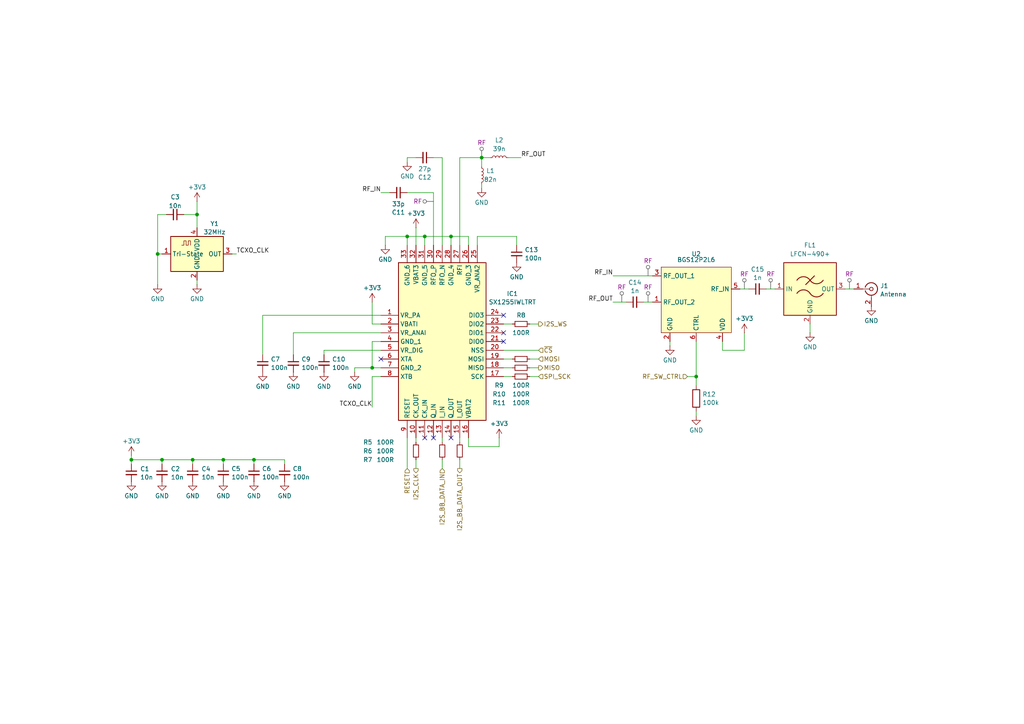
<source format=kicad_sch>
(kicad_sch (version 20250114) (generator "eeschema") (generator_version "9.0")
  (paper "A4")
  (title_block (title "LinHT - Linux-based SDR handheld transceiver") (date "21 July 2025") (rev "A") (company "M17 Foundation") (comment 1 "Author: Wojciech SP5WWP, Andy OE3ANC, Vlastimil OK5VAS"))
  (lib_symbols
    (symbol "BGS12P2L6:BGS12P2L6"
      (property "Reference" "U1" (at 0 12.7 0))
      (property "Value" "BGS12P2L6" (at 0 11.0186 0))
      (symbol "BGS12P2L6_1_1"
        (rectangle (start -10.16 8.89) (end 10.16 -10.16) (fill (type background)))
        (pin bidirectional line (at -12.7 2.54 0) (length 2.54) (name "RF_IN") (number "5"))
        (pin power_in line (at -7.62 -12.7 90) (length 2.54) (name "VDD") (number "4"))
        (pin input line (at 0 -12.7 90) (length 2.54) (name "CTRL") (number "6"))
        (pin power_in line (at 7.62 -12.7 90) (length 2.54) (name "GND") (number "2"))
        (pin bidirectional line (at 12.7 6.35 180) (length 2.54) (name "RF_OUT_1") (number "3"))
        (pin bidirectional line (at 12.7 -1.27 180) (length 2.54) (name "RF_OUT_2") (number "1"))
      )
    )
    (symbol "Connector:Conn_Coaxial" (pin_names (offset 1.016) (hide yes))
      (property "Reference" "J" (at 0.254 3.048 0))
      (property "Value" "Conn_Coaxial" (at 2.921 0 90))
      (symbol "Conn_Coaxial_0_1"
        (polyline (pts (xy -2.54 0) (xy -0.508 0)))
        (arc (start 1.778 0) (mid 0.222 -1.8079) (end -1.778 -0.508) (stroke (width 0.254)))
        (arc (start -1.778 0.508) (mid 0.2221 1.8084) (end 1.778 0) (stroke (width 0.254)))
        (circle (center 0 0) (radius 0.508) (stroke (width 0.2032)))
        (polyline (pts (xy 0 -2.54) (xy 0 -1.778)))
      )
      (symbol "Conn_Coaxial_1_1"
        (pin passive line (at -5.08 0 0) (length 2.54) (name "In") (number "1"))
        (pin passive line (at 0 -5.08 90) (length 2.54) (name "Ext") (number "2"))
      )
    )
    (symbol "Device:C_Small" (pin_numbers (hide yes)) (pin_names (offset 0.254) (hide yes))
      (property "Reference" "C" (at 0.254 1.778 0))
      (property "Value" "C_Small" (at 0.254 -2.032 0))
      (symbol "C_Small_0_1"
        (polyline (pts (xy -1.524 0.508) (xy 1.524 0.508)) (stroke (width 0.3048)))
        (polyline (pts (xy -1.524 -0.508) (xy 1.524 -0.508)) (stroke (width 0.3302)))
      )
      (symbol "C_Small_1_1"
        (pin passive line (at 0 2.54 270) (length 2.032) (name "~") (number "1"))
        (pin passive line (at 0 -2.54 90) (length 2.032) (name "~") (number "2"))
      )
    )
    (symbol "Device:L_Small" (pin_numbers (hide yes)) (pin_names (offset 0.254) (hide yes))
      (property "Reference" "L" (at 0.762 1.016 0))
      (property "Value" "L_Small" (at 0.762 -1.016 0))
      (symbol "L_Small_0_1"
        (arc (start 0 2.032) (mid 0.5058 1.524) (end 0 1.016))
        (arc (start 0 1.016) (mid 0.5058 0.508) (end 0 0))
        (arc (start 0 0) (mid 0.5058 -0.508) (end 0 -1.016))
        (arc (start 0 -1.016) (mid 0.5058 -1.524) (end 0 -2.032))
      )
      (symbol "L_Small_1_1"
        (pin passive line (at 0 2.54 270) (length 0.508) (name "~") (number "1"))
        (pin passive line (at 0 -2.54 90) (length 0.508) (name "~") (number "2"))
      )
    )
    (symbol "Device:R" (pin_numbers (hide yes)) (pin_names (offset 0))
      (property "Reference" "R" (at 2.032 0 90))
      (property "Value" "R" (at 0 0 90))
      (symbol "R_0_1"
        (rectangle (start -1.016 -2.54) (end 1.016 2.54) (stroke (width 0.254)))
      )
      (symbol "R_1_1"
        (pin passive line (at 0 3.81 270) (length 1.27) (name "~") (number "1"))
        (pin passive line (at 0 -3.81 90) (length 1.27) (name "~") (number "2"))
      )
    )
    (symbol "Device:R_Small" (pin_numbers (hide yes)) (pin_names (offset 0.254) (hide yes))
      (property "Reference" "R" (at 0 0 90))
      (property "Value" "R_Small" (at 1.778 0 90))
      (symbol "R_Small_0_1"
        (rectangle (start -0.762 1.778) (end 0.762 -1.778) (stroke (width 0.2032)))
      )
      (symbol "R_Small_1_1"
        (pin passive line (at 0 2.54 270) (length 0.762) (name "~") (number "1"))
        (pin passive line (at 0 -2.54 90) (length 0.762) (name "~") (number "2"))
      )
    )
    (symbol "Oscillator:ECS-2520MV-xxx-xx"
      (property "Reference" "Y" (at -5.08 6.35 0))
      (property "Value" "ECS-2520MV-xxx-xx" (at 1.27 -6.35 0))
      (symbol "ECS-2520MV-xxx-xx_0_1"
        (rectangle (start -7.62 5.08) (end 7.62 -5.08) (stroke (width 0.254)) (fill (type background)))
        (polyline (pts (xy -4.445 2.54) (xy -3.81 2.54) (xy -3.81 3.81) (xy -3.175 3.81) (xy -3.175 2.54) (xy -2.54 2.54) (xy -2.54 3.81) (xy -1.905 3.81) (xy -1.905 2.54)))
      )
      (symbol "ECS-2520MV-xxx-xx_1_1"
        (pin input line (at -10.16 0 0) (length 2.54) (name "Tri-State") (number "1"))
        (pin power_in line (at 0 7.62 270) (length 2.54) (name "VDD") (number "4"))
        (pin power_in line (at 0 -7.62 90) (length 2.54) (name "GND") (number "2"))
        (pin output line (at 10.16 0 180) (length 2.54) (name "OUT") (number "3"))
      )
    )
    (symbol "RF_Filter:LFCN-490"
      (property "Reference" "FL" (at 0 10.795 0))
      (property "Value" "LFCN-490" (at 0 8.89 0))
      (symbol "LFCN-490_0_1"
        (rectangle (start -7.62 7.62) (end 7.62 -7.62) (stroke (width 0.254)) (fill (type background)))
        (arc (start -3.81 2.54) (mid -1.905 3.5595) (end 0 2.54) (stroke (width 0.254)))
        (arc (start -3.81 -1.27) (mid -1.905 -0.2505) (end 0 -1.27) (stroke (width 0.254)))
        (polyline (pts (xy -1.27 1.27) (xy 1.27 3.81)) (stroke (width 0.254)))
        (arc (start 3.81 2.54) (mid 1.905 1.5205) (end 0 2.54) (stroke (width 0.254)))
        (arc (start 3.81 -1.27) (mid 1.905 -2.2895) (end 0 -1.27) (stroke (width 0.254)))
      )
      (symbol "LFCN-490_1_1"
        (pin passive line (at -10.16 0 0) (length 2.54) (name "IN") (number "1"))
        (pin passive line (at 0 -10.16 90) (length 2.54) (name "GND") (number "2"))
        (pin passive line (at 0 -10.16 90) (length 2.54) (hide yes) (name "GND") (number "4"))
        (pin passive line (at 10.16 0 180) (length 2.54) (name "OUT") (number "3"))
      )
    )
    (symbol "SX1255:SX1255IWLTRT"
      (property "Reference" "IC" (at 31.75 20.32 0))
      (property "Value" "SX1255IWLTRT" (at 31.75 17.78 0))
      (symbol "SX1255IWLTRT_1_1"
        (rectangle (start 5.08 15.24) (end 30.48 -30.48) (stroke (width 0.254)) (fill (type background)))
        (pin passive line (at 0 0 0) (length 5.08) (name "VR_PA") (number "1"))
        (pin passive line (at 0 -2.54 0) (length 5.08) (name "VBATI") (number "2"))
        (pin passive line (at 0 -5.08 0) (length 5.08) (name "VR_ANAI") (number "3"))
        (pin passive line (at 0 -7.62 0) (length 5.08) (name "GND_1") (number "4"))
        (pin passive line (at 0 -10.16 0) (length 5.08) (name "VR_DIG") (number "5"))
        (pin passive line (at 0 -12.7 0) (length 5.08) (name "XTA") (number "6"))
        (pin passive line (at 0 -15.24 0) (length 5.08) (name "GND_2") (number "7"))
        (pin passive line (at 0 -17.78 0) (length 5.08) (name "XTB") (number "8"))
        (pin passive line (at 7.62 20.32 270) (length 5.08) (name "GND_6") (number "33"))
        (pin passive line (at 7.62 -35.56 90) (length 5.08) (name "RESET") (number "9"))
        (pin passive line (at 10.16 20.32 270) (length 5.08) (name "VBAT3") (number "32"))
        (pin passive line (at 10.16 -35.56 90) (length 5.08) (name "CK_OUT") (number "10"))
        (pin passive line (at 12.7 20.32 270) (length 5.08) (name "GND_5") (number "31"))
        (pin passive line (at 12.7 -35.56 90) (length 5.08) (name "CK_IN") (number "11"))
        (pin passive line (at 15.24 20.32 270) (length 5.08) (name "RFO_P") (number "30"))
        (pin passive line (at 15.24 -35.56 90) (length 5.08) (name "Q_IN") (number "12"))
        (pin passive line (at 17.78 20.32 270) (length 5.08) (name "RFO_N") (number "29"))
        (pin passive line (at 17.78 -35.56 90) (length 5.08) (name "I_IN") (number "13"))
        (pin passive line (at 20.32 20.32 270) (length 5.08) (name "GND_4") (number "28"))
        (pin passive line (at 20.32 -35.56 90) (length 5.08) (name "Q_OUT") (number "14"))
        (pin passive line (at 22.86 20.32 270) (length 5.08) (name "RFI") (number "27"))
        (pin passive line (at 22.86 -35.56 90) (length 5.08) (name "I_OUT") (number "15"))
        (pin passive line (at 25.4 20.32 270) (length 5.08) (name "GND_3") (number "26"))
        (pin passive line (at 25.4 -35.56 90) (length 5.08) (name "VBAT2") (number "16"))
        (pin passive line (at 27.94 20.32 270) (length 5.08) (name "VR_ANA2") (number "25"))
        (pin passive line (at 35.56 0 180) (length 5.08) (name "DIO3") (number "24"))
        (pin passive line (at 35.56 -2.54 180) (length 5.08) (name "DIO2") (number "23"))
        (pin passive line (at 35.56 -5.08 180) (length 5.08) (name "DIO1") (number "22"))
        (pin passive line (at 35.56 -7.62 180) (length 5.08) (name "DIO0") (number "21"))
        (pin passive line (at 35.56 -10.16 180) (length 5.08) (name "NSS") (number "20"))
        (pin passive line (at 35.56 -12.7 180) (length 5.08) (name "MOSI") (number "19"))
        (pin passive line (at 35.56 -15.24 180) (length 5.08) (name "MISO") (number "18"))
        (pin passive line (at 35.56 -17.78 180) (length 5.08) (name "SCK") (number "17"))
      )
    )
    (symbol "power:+3V3" (power) (pin_numbers (hide yes)) (pin_names (offset 0) (hide yes))
      (property "Value" "+3V3" (at 0 3.556 0))
      (symbol "+3V3_0_1"
        (polyline (pts (xy -0.762 1.27) (xy 0 2.54)))
        (polyline (pts (xy 0 2.54) (xy 0.762 1.27)))
        (polyline (pts (xy 0 0) (xy 0 2.54)))
      )
      (symbol "+3V3_1_1"
        (pin power_in line (at 0 0 90) (length 0) (name "~") (number "1"))
      )
    )
    (symbol "power:GND" (power) (pin_numbers (hide yes)) (pin_names (offset 0) (hide yes))
      (property "Value" "GND" (at 0 -3.81 0))
      (symbol "GND_0_1"
        (polyline (pts (xy 0 0) (xy 0 -1.27) (xy 1.27 -1.27) (xy 0 -2.54) (xy -1.27 -1.27) (xy 0 -1.27)))
      )
      (symbol "GND_1_1"
        (pin power_in line (at 0 0 270) (length 0) (name "~") (number "1"))
      )
    )
  )
  (junction (at 118.11 68.58))
  (junction (at 64.77 133.35))
  (junction (at 139.7 45.72))
  (junction (at 57.15 62.23))
  (junction (at 201.93 109.22))
  (junction (at 55.88 133.35))
  (junction (at 38.1 133.35))
  (junction (at 46.99 133.35))
  (junction (at 107.95 106.68))
  (junction (at 73.66 133.35))
  (junction (at 130.81 68.58))
  (junction (at 45.72 73.66))
  (junction (at 123.19 68.58))
  (no_connect (at 130.81 127))
  (no_connect (at 146.05 96.52))
  (no_connect (at 123.19 127))
  (no_connect (at 146.05 91.44))
  (no_connect (at 146.05 99.06))
  (no_connect (at 110.49 104.14))
  (no_connect (at 125.73 127))
  (wire (pts (xy 120.65 66.04) (xy 120.65 71.12)))
  (wire (pts (xy 107.95 118.11) (xy 107.95 109.22)))
  (wire (pts (xy 107.95 99.06) (xy 107.95 106.68)))
  (wire (pts (xy 146.05 109.22) (xy 148.59 109.22)))
  (wire (pts (xy 107.95 106.68) (xy 110.49 106.68)))
  (wire (pts (xy 128.27 45.72) (xy 125.73 45.72)))
  (wire (pts (xy 149.86 68.58) (xy 149.86 71.12)))
  (wire (pts (xy 144.78 127) (xy 144.78 129.54)))
  (wire (pts (xy 201.93 109.22) (xy 201.93 111.76)))
  (wire (pts (xy 67.31 73.66) (xy 68.58 73.66)))
  (wire (pts (xy 153.67 109.22) (xy 156.21 109.22)))
  (wire (pts (xy 138.43 71.12) (xy 138.43 68.58)))
  (wire (pts (xy 45.72 62.23) (xy 45.72 73.66)))
  (wire (pts (xy 245.11 83.82) (xy 247.65 83.82)))
  (wire (pts (xy 55.88 134.62) (xy 55.88 133.35)))
  (wire (pts (xy 38.1 133.35) (xy 46.99 133.35)))
  (wire (pts (xy 139.7 45.72) (xy 139.7 48.26)))
  (wire (pts (xy 64.77 134.62) (xy 64.77 133.35)))
  (wire (pts (xy 201.93 119.38) (xy 201.93 120.65)))
  (wire (pts (xy 102.87 106.68) (xy 107.95 106.68)))
  (wire (pts (xy 135.89 127) (xy 135.89 129.54)))
  (wire (pts (xy 130.81 68.58) (xy 123.19 68.58)))
  (wire (pts (xy 55.88 133.35) (xy 46.99 133.35)))
  (wire (pts (xy 128.27 133.35) (xy 128.27 135.89)))
  (wire (pts (xy 82.55 134.62) (xy 82.55 133.35)))
  (wire (pts (xy 133.35 127) (xy 133.35 128.27)))
  (wire (pts (xy 177.8 87.63) (xy 181.61 87.63)))
  (wire (pts (xy 125.73 55.88) (xy 125.73 71.12)))
  (wire (pts (xy 111.76 68.58) (xy 111.76 71.12)))
  (wire (pts (xy 128.27 71.12) (xy 128.27 45.72)))
  (wire (pts (xy 146.05 93.98) (xy 148.59 93.98)))
  (wire (pts (xy 215.9 96.52) (xy 215.9 101.6)))
  (wire (pts (xy 120.65 127) (xy 120.65 128.27)))
  (wire (pts (xy 153.67 106.68) (xy 156.21 106.68)))
  (wire (pts (xy 130.81 71.12) (xy 130.81 68.58)))
  (wire (pts (xy 146.05 106.68) (xy 148.59 106.68)))
  (wire (pts (xy 139.7 54.61) (xy 139.7 53.34)))
  (wire (pts (xy 135.89 129.54) (xy 144.78 129.54)))
  (wire (pts (xy 85.09 96.52) (xy 85.09 102.87)))
  (wire (pts (xy 153.67 104.14) (xy 156.21 104.14)))
  (wire (pts (xy 123.19 68.58) (xy 123.19 71.12)))
  (wire (pts (xy 147.32 45.72) (xy 151.13 45.72)))
  (wire (pts (xy 73.66 134.62) (xy 73.66 133.35)))
  (wire (pts (xy 55.88 133.35) (xy 64.77 133.35)))
  (wire (pts (xy 234.95 93.98) (xy 234.95 96.52)))
  (wire (pts (xy 57.15 58.42) (xy 57.15 62.23)))
  (wire (pts (xy 82.55 133.35) (xy 73.66 133.35)))
  (wire (pts (xy 209.55 101.6) (xy 209.55 99.06)))
  (wire (pts (xy 177.8 80.01) (xy 189.23 80.01)))
  (wire (pts (xy 85.09 96.52) (xy 110.49 96.52)))
  (wire (pts (xy 118.11 55.88) (xy 125.73 55.88)))
  (wire (pts (xy 57.15 81.28) (xy 57.15 82.55)))
  (wire (pts (xy 186.69 87.63) (xy 189.23 87.63)))
  (wire (pts (xy 93.98 101.6) (xy 93.98 102.87)))
  (wire (pts (xy 38.1 132.08) (xy 38.1 133.35)))
  (wire (pts (xy 53.34 62.23) (xy 57.15 62.23)))
  (wire (pts (xy 201.93 99.06) (xy 201.93 109.22)))
  (wire (pts (xy 118.11 127) (xy 118.11 135.89)))
  (wire (pts (xy 120.65 133.35) (xy 120.65 135.89)))
  (wire (pts (xy 93.98 101.6) (xy 110.49 101.6)))
  (wire (pts (xy 214.63 83.82) (xy 217.17 83.82)))
  (wire (pts (xy 146.05 101.6) (xy 156.21 101.6)))
  (wire (pts (xy 135.89 68.58) (xy 130.81 68.58)))
  (wire (pts (xy 57.15 62.23) (xy 57.15 66.04)))
  (wire (pts (xy 45.72 73.66) (xy 46.99 73.66)))
  (wire (pts (xy 133.35 45.72) (xy 139.7 45.72)))
  (wire (pts (xy 118.11 71.12) (xy 118.11 68.58)))
  (wire (pts (xy 107.95 109.22) (xy 110.49 109.22)))
  (wire (pts (xy 215.9 101.6) (xy 209.55 101.6)))
  (wire (pts (xy 222.25 83.82) (xy 224.79 83.82)))
  (wire (pts (xy 110.49 99.06) (xy 107.95 99.06)))
  (wire (pts (xy 48.26 62.23) (xy 45.72 62.23)))
  (wire (pts (xy 120.65 45.72) (xy 118.11 45.72)))
  (wire (pts (xy 118.11 45.72) (xy 118.11 46.99)))
  (wire (pts (xy 128.27 127) (xy 128.27 128.27)))
  (wire (pts (xy 133.35 133.35) (xy 133.35 135.89)))
  (wire (pts (xy 138.43 68.58) (xy 149.86 68.58)))
  (wire (pts (xy 146.05 104.14) (xy 148.59 104.14)))
  (wire (pts (xy 199.39 109.22) (xy 201.93 109.22)))
  (wire (pts (xy 110.49 55.88) (xy 113.03 55.88)))
  (wire (pts (xy 118.11 68.58) (xy 111.76 68.58)))
  (wire (pts (xy 76.2 91.44) (xy 76.2 102.87)))
  (wire (pts (xy 135.89 71.12) (xy 135.89 68.58)))
  (wire (pts (xy 64.77 133.35) (xy 73.66 133.35)))
  (wire (pts (xy 107.95 87.63) (xy 107.95 93.98)))
  (wire (pts (xy 45.72 73.66) (xy 45.72 82.55)))
  (wire (pts (xy 107.95 93.98) (xy 110.49 93.98)))
  (wire (pts (xy 123.19 68.58) (xy 118.11 68.58)))
  (wire (pts (xy 194.31 99.06) (xy 194.31 100.33)))
  (wire (pts (xy 153.67 93.98) (xy 156.21 93.98)))
  (wire (pts (xy 139.7 45.72) (xy 142.24 45.72)))
  (wire (pts (xy 133.35 71.12) (xy 133.35 45.72)))
  (wire (pts (xy 46.99 133.35) (xy 46.99 134.62)))
  (wire (pts (xy 76.2 91.44) (xy 110.49 91.44)))
  (wire (pts (xy 102.87 106.68) (xy 102.87 107.95)))
  (wire (pts (xy 38.1 134.62) (xy 38.1 133.35)))
  (label "RF_IN" (at 177.8 80.01 180))
  (label "TCXO_CLK" (at 107.95 118.11 180))
  (label "TCXO_CLK" (at 68.58 73.66 0))
  (label "RF_OUT" (at 177.8 87.63 180))
  (label "RF_IN" (at 110.49 55.88 180))
  (label "RF_OUT" (at 151.13 45.72 0))
  (hierarchical_label "RESET" (shape input) (at 118.11 135.89 270))
  (hierarchical_label "~{CS}" (shape input) (at 156.21 101.6 0))
  (hierarchical_label "I2S_WS" (shape output) (at 156.21 93.98 0))
  (hierarchical_label "MOSI" (shape input) (at 156.21 104.14 0))
  (hierarchical_label "I2S_CLK" (shape output) (at 120.65 135.89 270))
  (hierarchical_label "I2S_BB_DATA_OUT" (shape output) (at 133.35 135.89 270))
  (hierarchical_label "MISO" (shape output) (at 156.21 106.68 0))
  (hierarchical_label "SPI_SCK" (shape input) (at 156.21 109.22 0))
  (hierarchical_label "RF_SW_CTRL" (shape input) (at 199.39 109.22 180))
  (hierarchical_label "I2S_BB_DATA_IN" (shape input) (at 128.27 135.89 270))
  (netclass_flag "" (length 2.54) (shape round) (at 139.7 45.72 0) (property "Netclass" "RF" (at 138.43 41.402 0) (effects (justify left))))
  (netclass_flag "" (length 2.54) (shape round) (at 187.96 87.63 0) (property "Netclass" "RF" (at 186.69 83.312 0) (effects (justify left))))
  (netclass_flag "" (length 2.54) (shape round) (at 223.52 83.82 0) (property "Netclass" "RF" (at 222.25 79.502 0) (effects (justify left))))
  (netclass_flag "" (length 2.54) (shape round) (at 246.38 83.82 0) (property "Netclass" "RF" (at 245.11 79.502 0) (effects (justify left))))
  (netclass_flag "" (length 2.54) (shape round) (at 125.73 58.42 90) (property "Netclass" "RF" (at 119.888 58.42 0) (effects (justify left))))
  (netclass_flag "" (length 2.54) (shape round) (at 187.96 80.01 0) (property "Netclass" "RF" (at 186.69 75.692 0) (effects (justify left))))
  (netclass_flag "" (length 2.54) (shape round) (at 215.9 83.82 0) (property "Netclass" "RF" (at 214.63 79.502 0) (effects (justify left))))
  (netclass_flag "" (length 2.54) (shape round) (at 180.34 87.63 0) (property "Netclass" "RF" (at 179.07 83.312 0) (effects (justify left))))
  (symbol (lib_id "Device:C_Small") (at 93.98 105.41 0) (unit 1)
    (property "Reference" "C10" (at 96.3041 104.2042 0) (effects (justify left)))
    (property "Value" "100n" (at 96.3041 106.6284 0) (effects (justify left)))
    (property "Footprint" "Capacitor_SMD:C_0402_1005Metric" (effects (hide yes)))
  )
  (symbol (lib_id "power:GND") (at 201.93 120.65 0) (mirror y) (unit 1)
    (property "Reference" "#PWR026" (effects (hide yes)))
    (property "Value" "GND" (at 201.93 124.7831 0))
    (property "Description" "Power symbol creates a global label with name \"GND\" , ground" (effects (hide yes)))
  )
  (symbol (lib_id "Device:C_Small") (at 38.1 137.16 0) (unit 1)
    (property "Reference" "C1" (at 40.64 136.0058 0) (effects (justify left)))
    (property "Value" "10n" (at 40.64 138.43 0) (effects (justify left)))
    (property "Footprint" "Capacitor_SMD:C_0402_1005Metric" (effects (hide yes)))
  )
  (symbol (lib_id "Device:C_Small") (at 149.86 73.66 0) (unit 1)
    (property "Reference" "C13" (at 152.1841 72.4542 0) (effects (justify left)))
    (property "Value" "100n" (at 152.1841 74.8784 0) (effects (justify left)))
    (property "Footprint" "Capacitor_SMD:C_0402_1005Metric" (effects (hide yes)))
  )
  (symbol (lib_id "power:GND") (at 45.72 82.55 0) (unit 1)
    (property "Reference" "#PWR06" (effects (hide yes)))
    (property "Value" "GND" (at 45.72 86.6831 0))
    (property "Description" "Power symbol creates a global label with name \"GND\" , ground" (effects (hide yes)))
  )
  (symbol (lib_id "power:GND") (at 111.76 71.12 0) (unit 1)
    (property "Reference" "#PWR019" (effects (hide yes)))
    (property "Value" "GND" (at 111.76 75.2531 0))
    (property "Description" "Power symbol creates a global label with name \"GND\" , ground" (effects (hide yes)))
  )
  (symbol (lib_id "power:GND") (at 76.2 107.95 0) (unit 1)
    (property "Reference" "#PWR013" (effects (hide yes)))
    (property "Value" "GND" (at 76.2 112.0831 0))
    (property "Description" "Power symbol creates a global label with name \"GND\" , ground" (effects (hide yes)))
  )
  (symbol (lib_id "Device:R") (at 201.93 115.57 0) (unit 1)
    (property "Reference" "R12" (at 203.708 114.3578 0) (effects (justify left)))
    (property "Value" "100k" (at 203.708 116.7821 0) (effects (justify left)))
    (property "Footprint" "Resistor_SMD:R_0402_1005Metric" (effects (hide yes)))
    (property "Description" "Resistor" (effects (hide yes)))
  )
  (symbol (lib_id "Device:L_Small") (at 144.78 45.72 270) (mirror x) (unit 1)
    (property "Reference" "L2" (at 144.78 40.64 90))
    (property "Value" "39n" (at 144.78 43.18 90))
    (property "Footprint" "Inductor_SMD:L_0603_1608Metric" (effects (hide yes)))
    (property "MPN" "AISC-0603-R039J-T" (effects (hide yes)))
    (property "PN" "815-AISC-0603-R039-J" (effects (hide yes)))
  )
  (symbol (lib_id "power:GND") (at 118.11 46.99 0) (unit 1)
    (property "Reference" "#PWR020" (effects (hide yes)))
    (property "Value" "GND" (at 118.11 51.1231 0))
    (property "Description" "Power symbol creates a global label with name \"GND\" , ground" (effects (hide yes)))
  )
  (symbol (lib_id "Device:C_Small") (at 82.55 137.16 0) (unit 1)
    (property "Reference" "C8" (at 84.8741 135.9542 0) (effects (justify left)))
    (property "Value" "100n" (at 84.8741 138.3784 0) (effects (justify left)))
    (property "Footprint" "Capacitor_SMD:C_0402_1005Metric" (effects (hide yes)))
  )
  (symbol (lib_id "Device:C_Small") (at 76.2 105.41 0) (unit 1)
    (property "Reference" "C7" (at 78.5241 104.2042 0) (effects (justify left)))
    (property "Value" "100n" (at 78.5241 106.6284 0) (effects (justify left)))
    (property "Footprint" "Capacitor_SMD:C_0402_1005Metric" (effects (hide yes)))
  )
  (symbol (lib_id "power:+3V3") (at 120.65 66.04 0) (unit 1)
    (property "Reference" "#PWR021" (effects (hide yes)))
    (property "Value" "+3V3" (at 120.65 61.9069 0))
    (property "Description" "Power symbol creates a global label with name \"+3V3\"" (effects (hide yes)))
  )
  (symbol (lib_id "Device:C_Small") (at 73.66 137.16 0) (unit 1)
    (property "Reference" "C6" (at 75.9841 135.9542 0) (effects (justify left)))
    (property "Value" "100n" (at 75.9841 138.3784 0) (effects (justify left)))
    (property "Footprint" "Capacitor_SMD:C_0402_1005Metric" (effects (hide yes)))
  )
  (symbol (lib_id "Device:R_Small") (at 151.13 93.98 270) (unit 1)
    (property "Reference" "R8" (at 151.13 91.44 90))
    (property "Value" "100R" (at 151.13 96.52 90))
    (property "Footprint" "Resistor_SMD:R_0402_1005Metric" (effects (hide yes)))
    (property "Description" "Resistor, small symbol" (effects (hide yes)))
  )
  (symbol (lib_id "Device:C_Small") (at 123.19 45.72 270) (mirror x) (unit 1)
    (property "Reference" "C12" (at 123.1836 51.4264 90))
    (property "Value" "27p" (at 123.1836 49.0022 90))
    (property "Footprint" "Capacitor_SMD:C_0402_1005Metric" (effects (hide yes)))
  )
  (symbol (lib_id "Device:C_Small") (at 115.57 55.88 270) (mirror x) (unit 1)
    (property "Reference" "C11" (at 115.5636 61.5864 90))
    (property "Value" "33p" (at 115.5636 59.1622 90))
    (property "Footprint" "Capacitor_SMD:C_0402_1005Metric" (effects (hide yes)))
  )
  (symbol (lib_id "Device:C_Small") (at 50.8 62.23 270) (unit 1)
    (property "Reference" "C3" (at 50.8 57.15 90))
    (property "Value" "10n" (at 50.8 59.69 90))
    (property "Footprint" "Capacitor_SMD:C_0402_1005Metric" (effects (hide yes)))
  )
  (symbol (lib_id "power:GND") (at 82.55 139.7 0) (unit 1)
    (property "Reference" "#PWR014" (effects (hide yes)))
    (property "Value" "GND" (at 82.55 143.8331 0))
    (property "Description" "Power symbol creates a global label with name \"GND\" , ground" (effects (hide yes)))
  )
  (symbol (lib_id "Device:R_Small") (at 151.13 109.22 270) (unit 1)
    (property "Reference" "R11" (at 144.78 116.84 90))
    (property "Value" "100R" (at 151.13 116.84 90))
    (property "Footprint" "Resistor_SMD:R_0402_1005Metric" (effects (hide yes)))
    (property "Description" "Resistor, small symbol" (effects (hide yes)))
  )
  (symbol (lib_id "power:GND") (at 252.73 88.9 0) (unit 1)
    (property "Reference" "#PWR029" (effects (hide yes)))
    (property "Value" "GND" (at 252.73 93.0331 0))
    (property "Description" "Power symbol creates a global label with name \"GND\" , ground" (effects (hide yes)))
  )
  (symbol (lib_id "power:GND") (at 38.1 139.7 0) (unit 1)
    (property "Reference" "#PWR05" (effects (hide yes)))
    (property "Value" "GND" (at 38.1 143.8331 0))
    (property "Description" "Power symbol creates a global label with name \"GND\" , ground" (effects (hide yes)))
  )
  (symbol (lib_id "power:GND") (at 85.09 107.95 0) (unit 1)
    (property "Reference" "#PWR015" (effects (hide yes)))
    (property "Value" "GND" (at 85.09 112.0831 0))
    (property "Description" "Power symbol creates a global label with name \"GND\" , ground" (effects (hide yes)))
  )
  (symbol (lib_id "Device:R_Small") (at 133.35 130.81 0) (unit 1)
    (property "Reference" "R7" (at 106.68 133.35 0))
    (property "Value" "100R" (at 111.76 133.35 0))
    (property "Footprint" "Resistor_SMD:R_0402_1005Metric" (effects (hide yes)))
    (property "Description" "Resistor, small symbol" (effects (hide yes)))
  )
  (symbol (lib_id "BGS12P2L6:BGS12P2L6") (at 201.93 86.36 0) (mirror y) (unit 1)
    (property "Reference" "U2" (at 201.93 73.66 0))
    (property "Value" "BGS12P2L6" (at 201.93 75.3414 0))
    (property "Footprint" "parts:TSLP-6-4" (effects (hide yes)))
  )
  (symbol (lib_id "Device:C_Small") (at 55.88 137.16 0) (unit 1)
    (property "Reference" "C4" (at 58.42 136.0058 0) (effects (justify left)))
    (property "Value" "10n" (at 58.42 138.43 0) (effects (justify left)))
    (property "Footprint" "Capacitor_SMD:C_0402_1005Metric" (effects (hide yes)))
  )
  (symbol (lib_id "Device:R_Small") (at 151.13 104.14 270) (unit 1)
    (property "Reference" "R9" (at 144.78 111.76 90))
    (property "Value" "100R" (at 151.13 111.76 90))
    (property "Footprint" "Resistor_SMD:R_0402_1005Metric" (effects (hide yes)))
    (property "Description" "Resistor, small symbol" (effects (hide yes)))
  )
  (symbol (lib_id "Connector:Conn_Coaxial") (at 252.73 83.82 0) (unit 1)
    (property "Reference" "J1" (at 255.2701 82.901 0) (effects (justify left)))
    (property "Value" "Antenna" (at 255.2701 85.3253 0) (effects (justify left)))
    (property "Footprint" "parts:Connector_SMA_4x10mm" (effects (hide yes)))
    (property "Description" "coaxial connector (BNC, SMA, SMB, SMC, Cinch/RCA, LEMO, ...)" (effects (hide yes)))
  )
  (symbol (lib_id "Device:R_Small") (at 128.27 130.81 0) (unit 1)
    (property "Reference" "R6" (at 106.68 130.81 0))
    (property "Value" "100R" (at 111.76 130.81 0))
    (property "Footprint" "Resistor_SMD:R_0402_1005Metric" (effects (hide yes)))
    (property "Description" "Resistor, small symbol" (effects (hide yes)))
  )
  (symbol (lib_id "Device:C_Small") (at 184.15 87.63 90) (unit 1)
    (property "Reference" "C14" (at 184.1563 81.9234 90))
    (property "Value" "1n" (at 184.1563 84.3477 90))
    (property "Footprint" "Capacitor_SMD:C_0402_1005Metric" (effects (hide yes)))
  )
  (symbol (lib_id "power:GND") (at 139.7 54.61 0) (unit 1)
    (property "Reference" "#PWR022" (effects (hide yes)))
    (property "Value" "GND" (at 139.7 58.7431 0))
    (property "Description" "Power symbol creates a global label with name \"GND\" , ground" (effects (hide yes)))
  )
  (symbol (lib_id "power:GND") (at 57.15 82.55 0) (unit 1)
    (property "Reference" "#PWR010" (effects (hide yes)))
    (property "Value" "GND" (at 57.15 86.6831 0))
    (property "Description" "Power symbol creates a global label with name \"GND\" , ground" (effects (hide yes)))
  )
  (symbol (lib_id "power:GND") (at 234.95 96.52 0) (mirror y) (unit 1)
    (property "Reference" "#PWR028" (effects (hide yes)))
    (property "Value" "GND" (at 234.95 100.6531 0))
    (property "Description" "Power symbol creates a global label with name \"GND\" , ground" (effects (hide yes)))
  )
  (symbol (lib_id "power:+3V3") (at 107.95 87.63 0) (unit 1)
    (property "Reference" "#PWR018" (effects (hide yes)))
    (property "Value" "+3V3" (at 107.95 83.4969 0))
    (property "Description" "Power symbol creates a global label with name \"+3V3\"" (effects (hide yes)))
  )
  (symbol (lib_id "Device:C_Small") (at 64.77 137.16 0) (unit 1)
    (property "Reference" "C5" (at 67.0941 135.9542 0) (effects (justify left)))
    (property "Value" "100n" (at 67.0941 138.3784 0) (effects (justify left)))
    (property "Footprint" "Capacitor_SMD:C_0402_1005Metric" (effects (hide yes)))
  )
  (symbol (lib_id "SX1255:SX1255IWLTRT") (at 110.49 91.44 0) (unit 1)
    (property "Reference" "IC1" (at 148.6164 85.1934 0))
    (property "Value" "SX1255IWLTRT" (at 148.6164 87.6177 0))
    (property "Footprint" "parts:QFN50P500X500X80-33N-D" (effects (hide yes)))
    (property "Datasheet" "https://datasheet.datasheetarchive.com/originals/distributors/DKDS-5/90665.pdf" (effects (hide yes)))
    (property "Description" "RF Transceiver RF Front End Transceiver" (effects (hide yes)))
    (property "Height" "0.8" (effects (hide yes)))
    (property "Mouser Part Number" "947-SX1255IWLTRT" (effects (hide yes)))
    (property "Mouser Price/Stock" "https://www.mouser.co.uk/ProductDetail/Semtech/SX1255IWLTRT?qs=rBWM4%252BvDhIdl5dK4JoeveQ%3D%3D" (effects (hide yes)))
    (property "Manufacturer_Name" "SEMTECH" (effects (hide yes)))
    (property "Manufacturer_Part_Number" "SX1255IWLTRT" (effects (hide yes)))
  )
  (symbol (lib_id "power:+3V3") (at 144.78 127 0) (unit 1)
    (property "Reference" "#PWR023" (effects (hide yes)))
    (property "Value" "+3V3" (at 144.78 122.8669 0))
    (property "Description" "Power symbol creates a global label with name \"+3V3\"" (effects (hide yes)))
  )
  (symbol (lib_id "Oscillator:ECS-2520MV-xxx-xx") (at 57.15 73.66 0) (unit 1)
    (property "Reference" "Y1" (at 62.23 64.8857 0))
    (property "Value" "32MHz" (at 62.23 67.31 0))
    (property "Footprint" "Crystal:Crystal_SMD_2016-4Pin_2.0x1.6mm" (effects (hide yes)))
    (property "PN" "520-TX20CSMV4320AYTR" (effects (hide yes)))
    (property "MPN" "ECS-TXO-20CSMV4-320-AY-TR" (effects (hide yes)))
  )
  (symbol (lib_id "Device:C_Small") (at 85.09 105.41 0) (unit 1)
    (property "Reference" "C9" (at 87.4141 104.2042 0) (effects (justify left)))
    (property "Value" "100n" (at 87.4141 106.6284 0) (effects (justify left)))
    (property "Footprint" "Capacitor_SMD:C_0402_1005Metric" (effects (hide yes)))
  )
  (symbol (lib_id "power:GND") (at 102.87 107.95 0) (unit 1)
    (property "Reference" "#PWR017" (effects (hide yes)))
    (property "Value" "GND" (at 102.87 112.0831 0))
    (property "Description" "Power symbol creates a global label with name \"GND\" , ground" (effects (hide yes)))
  )
  (symbol (lib_id "power:GND") (at 149.86 76.2 0) (unit 1)
    (property "Reference" "#PWR024" (effects (hide yes)))
    (property "Value" "GND" (at 149.86 80.3331 0))
    (property "Description" "Power symbol creates a global label with name \"GND\" , ground" (effects (hide yes)))
  )
  (symbol (lib_id "Device:L_Small") (at 139.7 50.8 0) (mirror x) (unit 1)
    (property "Reference" "L1" (at 142.24 49.53 0))
    (property "Value" "82n" (at 142.24 52.07 0))
    (property "Footprint" "Inductor_SMD:L_0603_1608Metric" (effects (hide yes)))
    (property "MPN" "AISC-0603-R082J-T" (effects (hide yes)))
    (property "PN" "815-AISC-0603-R082-J" (effects (hide yes)))
  )
  (symbol (lib_id "power:GND") (at 194.31 100.33 0) (mirror y) (unit 1)
    (property "Reference" "#PWR025" (effects (hide yes)))
    (property "Value" "GND" (at 194.31 104.4631 0))
    (property "Description" "Power symbol creates a global label with name \"GND\" , ground" (effects (hide yes)))
  )
  (symbol (lib_id "Device:C_Small") (at 46.99 137.16 0) (unit 1)
    (property "Reference" "C2" (at 49.53 136.0058 0) (effects (justify left)))
    (property "Value" "10n" (at 49.53 138.43 0) (effects (justify left)))
    (property "Footprint" "Capacitor_SMD:C_0402_1005Metric" (effects (hide yes)))
  )
  (symbol (lib_id "power:GND") (at 73.66 139.7 0) (unit 1)
    (property "Reference" "#PWR012" (effects (hide yes)))
    (property "Value" "GND" (at 73.66 143.8331 0))
    (property "Description" "Power symbol creates a global label with name \"GND\" , ground" (effects (hide yes)))
  )
  (symbol (lib_id "power:+3V3") (at 57.15 58.42 0) (unit 1)
    (property "Reference" "#PWR09" (effects (hide yes)))
    (property "Value" "+3V3" (at 57.15 54.2869 0))
    (property "Description" "Power symbol creates a global label with name \"+3V3\"" (effects (hide yes)))
  )
  (symbol (lib_id "power:GND") (at 46.99 139.7 0) (unit 1)
    (property "Reference" "#PWR07" (effects (hide yes)))
    (property "Value" "GND" (at 46.99 143.8331 0))
    (property "Description" "Power symbol creates a global label with name \"GND\" , ground" (effects (hide yes)))
  )
  (symbol (lib_id "Device:C_Small") (at 219.71 83.82 90) (unit 1)
    (property "Reference" "C15" (at 219.7163 78.1134 90))
    (property "Value" "1n" (at 219.7163 80.5377 90))
    (property "Footprint" "Capacitor_SMD:C_0402_1005Metric" (effects (hide yes)))
  )
  (symbol (lib_id "power:+3V3") (at 38.1 132.08 0) (unit 1)
    (property "Reference" "#PWR04" (effects (hide yes)))
    (property "Value" "+3V3" (at 38.1 127.9469 0))
    (property "Description" "Power symbol creates a global label with name \"+3V3\"" (effects (hide yes)))
  )
  (symbol (lib_id "RF_Filter:LFCN-490") (at 234.95 83.82 0) (unit 1)
    (property "Reference" "FL1" (at 234.95 71.12 0))
    (property "Value" "LFCN-490+" (at 234.95 73.66 0))
    (property "Footprint" "Filter:Filter_Mini-Circuits_FV1206" (effects (hide yes)))
    (property "Datasheet" "https://www.minicircuits.com/pdfs/LFCN-490+.pdf" (effects (hide yes)))
    (property "Description" "490MHz 50 Ohm Passive Low Pass Filter, FV1206" (effects (hide yes)))
    (property "PN" "139-LFCN-490" (effects (hide yes)))
    (property "MPN" "139-LFCN-490" (effects (hide yes)))
  )
  (symbol (lib_id "power:GND") (at 64.77 139.7 0) (unit 1)
    (property "Reference" "#PWR011" (effects (hide yes)))
    (property "Value" "GND" (at 64.77 143.8331 0))
    (property "Description" "Power symbol creates a global label with name \"GND\" , ground" (effects (hide yes)))
  )
  (symbol (lib_id "Device:R_Small") (at 120.65 130.81 0) (unit 1)
    (property "Reference" "R5" (at 106.68 128.27 0))
    (property "Value" "100R" (at 111.76 128.27 0))
    (property "Footprint" "Resistor_SMD:R_0402_1005Metric" (effects (hide yes)))
    (property "Description" "Resistor, small symbol" (effects (hide yes)))
  )
  (symbol (lib_id "power:GND") (at 93.98 107.95 0) (unit 1)
    (property "Reference" "#PWR016" (effects (hide yes)))
    (property "Value" "GND" (at 93.98 112.0831 0))
    (property "Description" "Power symbol creates a global label with name \"GND\" , ground" (effects (hide yes)))
  )
  (symbol (lib_id "power:GND") (at 55.88 139.7 0) (unit 1)
    (property "Reference" "#PWR08" (effects (hide yes)))
    (property "Value" "GND" (at 55.88 143.8331 0))
    (property "Description" "Power symbol creates a global label with name \"GND\" , ground" (effects (hide yes)))
  )
  (symbol (lib_id "power:+3V3") (at 215.9 96.52 0) (unit 1)
    (property "Reference" "#PWR027" (effects (hide yes)))
    (property "Value" "+3V3" (at 215.9 92.3869 0))
    (property "Description" "Power symbol creates a global label with name \"+3V3\"" (effects (hide yes)))
  )
  (symbol (lib_id "Device:R_Small") (at 151.13 106.68 270) (unit 1)
    (property "Reference" "R10" (at 144.78 114.3 90))
    (property "Value" "100R" (at 151.13 114.3 90))
    (property "Footprint" "Resistor_SMD:R_0402_1005Metric" (effects (hide yes)))
    (property "Description" "Resistor, small symbol" (effects (hide yes)))
  )
)
</source>
